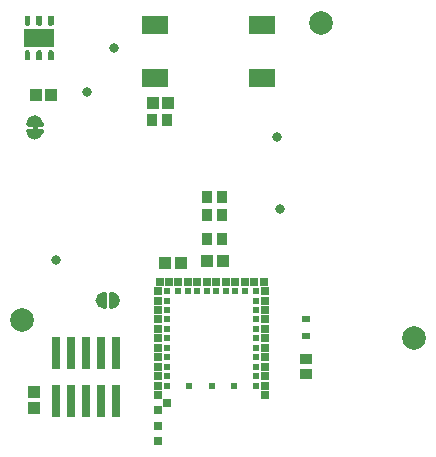
<source format=gts>
G04*
G04 #@! TF.GenerationSoftware,Altium Limited,Altium Designer,21.3.1 (25)*
G04*
G04 Layer_Color=8388736*
%FSLAX25Y25*%
%MOIN*%
G70*
G04*
G04 #@! TF.SameCoordinates,9192AE54-2D66-49C7-9B86-A226D0D4A20B*
G04*
G04*
G04 #@! TF.FilePolarity,Negative*
G04*
G01*
G75*
G04:AMPARAMS|DCode=19|XSize=10mil|YSize=10mil|CornerRadius=1.25mil|HoleSize=0mil|Usage=FLASHONLY|Rotation=180.000|XOffset=0mil|YOffset=0mil|HoleType=Round|Shape=RoundedRectangle|*
%AMROUNDEDRECTD19*
21,1,0.01000,0.00750,0,0,180.0*
21,1,0.00750,0.01000,0,0,180.0*
1,1,0.00250,-0.00375,0.00375*
1,1,0.00250,0.00375,0.00375*
1,1,0.00250,0.00375,-0.00375*
1,1,0.00250,-0.00375,-0.00375*
%
%ADD19ROUNDEDRECTD19*%
G04:AMPARAMS|DCode=20|XSize=10mil|YSize=10mil|CornerRadius=1.25mil|HoleSize=0mil|Usage=FLASHONLY|Rotation=90.000|XOffset=0mil|YOffset=0mil|HoleType=Round|Shape=RoundedRectangle|*
%AMROUNDEDRECTD20*
21,1,0.01000,0.00750,0,0,90.0*
21,1,0.00750,0.01000,0,0,90.0*
1,1,0.00250,0.00375,0.00375*
1,1,0.00250,0.00375,-0.00375*
1,1,0.00250,-0.00375,-0.00375*
1,1,0.00250,-0.00375,0.00375*
%
%ADD20ROUNDEDRECTD20*%
%ADD21R,0.02913X0.10984*%
%ADD22C,0.01595*%
%ADD23R,0.09843X0.06299*%
%ADD24R,0.03150X0.02362*%
%ADD30C,0.01800*%
%ADD31R,0.03556X0.04147*%
%ADD32R,0.04147X0.04343*%
%ADD33R,0.04343X0.04147*%
%ADD34C,0.03162*%
%ADD35R,0.09100X0.06300*%
%ADD36C,0.07874*%
G04:AMPARAMS|DCode=37|XSize=23.68mil|YSize=23.68mil|CornerRadius=0mil|HoleSize=0mil|Usage=FLASHONLY|Rotation=270.000|XOffset=0mil|YOffset=0mil|HoleType=Round|Shape=RoundedRectangle|*
%AMROUNDEDRECTD37*
21,1,0.02368,0.02368,0,0,270.0*
21,1,0.02368,0.02368,0,0,270.0*
1,1,0.00000,-0.01184,-0.01184*
1,1,0.00000,-0.01184,0.01184*
1,1,0.00000,0.01184,0.01184*
1,1,0.00000,0.01184,-0.01184*
%
%ADD37ROUNDEDRECTD37*%
G04:AMPARAMS|DCode=38|XSize=23.68mil|YSize=23.68mil|CornerRadius=0mil|HoleSize=0mil|Usage=FLASHONLY|Rotation=0.000|XOffset=0mil|YOffset=0mil|HoleType=Round|Shape=RoundedRectangle|*
%AMROUNDEDRECTD38*
21,1,0.02368,0.02368,0,0,0.0*
21,1,0.02368,0.02368,0,0,0.0*
1,1,0.00000,0.01184,-0.01184*
1,1,0.00000,-0.01184,-0.01184*
1,1,0.00000,-0.01184,0.01184*
1,1,0.00000,0.01184,0.01184*
%
%ADD38ROUNDEDRECTD38*%
%ADD39R,0.02368X0.02368*%
%ADD40R,0.03785X0.03997*%
%ADD41R,0.04147X0.03556*%
G36*
X122323Y135921D02*
Y135745D01*
X122188Y135420D01*
X121939Y135170D01*
X121613Y135036D01*
X121261D01*
X120935Y135170D01*
X120686Y135420D01*
X120551Y135745D01*
Y135921D01*
Y138382D01*
X122323D01*
Y135921D01*
D02*
G37*
G36*
X118386D02*
Y135745D01*
X118251Y135420D01*
X118002Y135170D01*
X117676Y135036D01*
X117324D01*
X116998Y135170D01*
X116749Y135420D01*
X116614Y135745D01*
Y135921D01*
X116614D01*
Y138382D01*
X118386D01*
X118386Y135921D01*
D02*
G37*
G36*
X114449D02*
Y135745D01*
X114314Y135420D01*
X114065Y135170D01*
X113739Y135036D01*
X113387D01*
X113061Y135170D01*
X112812Y135420D01*
X112677Y135745D01*
Y135921D01*
X112677Y135921D01*
X112677Y138382D01*
X114449D01*
Y135921D01*
D02*
G37*
G36*
X118002Y126830D02*
X118251Y126580D01*
X118386Y126255D01*
Y126079D01*
Y123618D01*
X116614D01*
Y126079D01*
Y126255D01*
X116749Y126580D01*
X116998Y126830D01*
X117324Y126964D01*
X117676D01*
X118002Y126830D01*
D02*
G37*
G36*
X121939D02*
X122188Y126580D01*
X122323Y126255D01*
Y126079D01*
X122323D01*
Y123618D01*
X120551Y123618D01*
Y126079D01*
Y126255D01*
X120686Y126580D01*
X120935Y126830D01*
X121261Y126964D01*
X121613D01*
X121939Y126830D01*
D02*
G37*
G36*
X114065D02*
X114314Y126580D01*
X114449Y126255D01*
Y126079D01*
Y123618D01*
X112677Y123618D01*
X112677Y126079D01*
Y126255D01*
X112812Y126580D01*
X113061Y126830D01*
X113387Y126964D01*
X113739D01*
X114065Y126830D01*
D02*
G37*
G36*
X117019Y104791D02*
X117071Y104787D01*
X117123Y104777D01*
X117173Y104760D01*
X117220Y104737D01*
X117263Y104708D01*
X117303Y104673D01*
X118303Y103673D01*
X118337Y103634D01*
X118366Y103590D01*
X118390Y103543D01*
X118406Y103493D01*
X118417Y103442D01*
X118420Y103390D01*
Y102390D01*
X118417Y102337D01*
X118406Y102286D01*
X118390Y102236D01*
X118366Y102189D01*
X118337Y102146D01*
X118303Y102106D01*
X118263Y102072D01*
X118220Y102043D01*
X118173Y102019D01*
X118123Y102003D01*
X118071Y101992D01*
X118019Y101989D01*
X113769D01*
X113745Y101990D01*
X113721Y101992D01*
X113719Y101992D01*
X113717Y101992D01*
X113693Y101997D01*
X113670Y102001D01*
X113668Y102002D01*
X113665Y102003D01*
X113643Y102010D01*
X113620Y102018D01*
X113618Y102019D01*
X113616Y102019D01*
X113594Y102030D01*
X113573Y102040D01*
X113571Y102042D01*
X113569Y102043D01*
X113549Y102056D01*
X113529Y102069D01*
X113527Y102070D01*
X113525Y102072D01*
X113507Y102087D01*
X113489Y102103D01*
X113487Y102105D01*
X113486Y102106D01*
X113470Y102125D01*
X113454Y102142D01*
X113453Y102144D01*
X113451Y102146D01*
X113438Y102165D01*
X113424Y102185D01*
X113423Y102188D01*
X113422Y102189D01*
X113411Y102211D01*
X113401Y102232D01*
X113400Y102234D01*
X113399Y102236D01*
X113391Y102259D01*
X113383Y102282D01*
X113383Y102284D01*
X113382Y102286D01*
X113377Y102309D01*
X113372Y102333D01*
X113372Y102335D01*
X113372Y102337D01*
X113370Y102361D01*
X113368Y102385D01*
X113368Y102388D01*
X113368Y102390D01*
X113370Y102414D01*
X113371Y102438D01*
X113372Y102440D01*
X113372Y102442D01*
X113376Y102466D01*
X113381Y102489D01*
X113382Y102491D01*
X113382Y102494D01*
X113390Y102516D01*
X113397Y102539D01*
X113398Y102541D01*
X113399Y102543D01*
X113409Y102565D01*
X113420Y102586D01*
X113421Y102588D01*
X113422Y102590D01*
X113435Y102610D01*
X113449Y102630D01*
X114948Y104630D01*
X114950Y104632D01*
X114951Y104634D01*
X114967Y104652D01*
X114983Y104670D01*
X114984Y104672D01*
X114986Y104673D01*
X115004Y104689D01*
X115022Y104705D01*
X115024Y104706D01*
X115025Y104708D01*
X115045Y104721D01*
X115065Y104735D01*
X115067Y104736D01*
X115069Y104737D01*
X115091Y104748D01*
X115112Y104758D01*
X115114Y104759D01*
X115116Y104760D01*
X115139Y104768D01*
X115161Y104776D01*
X115163Y104776D01*
X115165Y104777D01*
X115189Y104782D01*
X115213Y104787D01*
X115215Y104787D01*
X115217Y104787D01*
X115241Y104789D01*
X115265Y104791D01*
X115267Y104790D01*
X115269Y104791D01*
X117019Y104791D01*
D02*
G37*
G36*
X118071Y100287D02*
X118123Y100277D01*
X118173Y100260D01*
X118220Y100237D01*
X118263Y100208D01*
X118303Y100173D01*
X118337Y100134D01*
X118366Y100090D01*
X118390Y100043D01*
X118406Y99993D01*
X118417Y99942D01*
X118420Y99890D01*
Y98890D01*
X118417Y98837D01*
X118406Y98786D01*
X118390Y98736D01*
X118366Y98689D01*
X118337Y98646D01*
X118303Y98606D01*
X117303Y97606D01*
X117263Y97572D01*
X117220Y97543D01*
X117173Y97519D01*
X117123Y97503D01*
X117071Y97492D01*
X117019Y97489D01*
X115269Y97489D01*
X115267Y97489D01*
X115265Y97489D01*
X115241Y97491D01*
X115217Y97492D01*
X115215Y97493D01*
X115213Y97493D01*
X115189Y97498D01*
X115165Y97502D01*
X115163Y97503D01*
X115161Y97504D01*
X115139Y97512D01*
X115116Y97519D01*
X115114Y97520D01*
X115112Y97521D01*
X115091Y97532D01*
X115069Y97543D01*
X115067Y97544D01*
X115065Y97545D01*
X115045Y97559D01*
X115025Y97572D01*
X115024Y97573D01*
X115022Y97574D01*
X115004Y97590D01*
X114986Y97606D01*
X114984Y97608D01*
X114983Y97609D01*
X114967Y97628D01*
X114951Y97646D01*
X114950Y97648D01*
X114948Y97649D01*
X113449Y99649D01*
X113435Y99670D01*
X113422Y99689D01*
X113421Y99691D01*
X113420Y99693D01*
X113409Y99715D01*
X113399Y99736D01*
X113398Y99739D01*
X113397Y99740D01*
X113390Y99763D01*
X113382Y99786D01*
X113382Y99788D01*
X113381Y99790D01*
X113376Y99814D01*
X113372Y99837D01*
X113372Y99840D01*
X113371Y99842D01*
X113370Y99866D01*
X113368Y99890D01*
X113368Y99892D01*
X113368Y99894D01*
X113370Y99918D01*
X113372Y99942D01*
X113372Y99944D01*
X113372Y99946D01*
X113377Y99970D01*
X113382Y99993D01*
X113383Y99996D01*
X113383Y99998D01*
X113391Y100020D01*
X113399Y100043D01*
X113400Y100045D01*
X113401Y100047D01*
X113411Y100068D01*
X113422Y100090D01*
X113423Y100092D01*
X113424Y100094D01*
X113438Y100114D01*
X113451Y100134D01*
X113453Y100135D01*
X113454Y100137D01*
X113470Y100155D01*
X113486Y100173D01*
X113487Y100175D01*
X113489Y100176D01*
X113507Y100192D01*
X113525Y100208D01*
X113527Y100209D01*
X113529Y100210D01*
X113549Y100224D01*
X113569Y100237D01*
X113571Y100238D01*
X113573Y100239D01*
X113594Y100250D01*
X113616Y100260D01*
X113618Y100261D01*
X113620Y100262D01*
X113643Y100269D01*
X113665Y100277D01*
X113668Y100277D01*
X113670Y100278D01*
X113693Y100283D01*
X113717Y100287D01*
X113719Y100287D01*
X113721Y100288D01*
X113745Y100289D01*
X113769Y100291D01*
X118019D01*
X118071Y100287D01*
D02*
G37*
G36*
X139163Y45897D02*
X139214Y45887D01*
X139264Y45870D01*
X139311Y45847D01*
X139354Y45818D01*
X139394Y45783D01*
X139428Y45744D01*
X139457Y45700D01*
X139481Y45653D01*
X139497Y45604D01*
X139508Y45552D01*
X139511Y45500D01*
Y41250D01*
X139509Y41226D01*
X139508Y41202D01*
X139508Y41200D01*
X139508Y41198D01*
X139503Y41174D01*
X139499Y41151D01*
X139498Y41148D01*
X139497Y41146D01*
X139490Y41124D01*
X139482Y41101D01*
X139481Y41099D01*
X139481Y41097D01*
X139470Y41075D01*
X139460Y41053D01*
X139458Y41052D01*
X139457Y41050D01*
X139444Y41030D01*
X139431Y41010D01*
X139429Y41008D01*
X139428Y41006D01*
X139412Y40988D01*
X139397Y40970D01*
X139395Y40968D01*
X139394Y40967D01*
X139375Y40951D01*
X139358Y40935D01*
X139356Y40933D01*
X139354Y40932D01*
X139335Y40919D01*
X139314Y40905D01*
X139313Y40904D01*
X139311Y40903D01*
X139289Y40892D01*
X139268Y40881D01*
X139266Y40881D01*
X139264Y40880D01*
X139241Y40872D01*
X139218Y40864D01*
X139216Y40863D01*
X139214Y40863D01*
X139191Y40858D01*
X139167Y40853D01*
X139165Y40853D01*
X139163Y40853D01*
X139139Y40851D01*
X139115Y40849D01*
X139112Y40849D01*
X139110Y40849D01*
X139086Y40851D01*
X139062Y40852D01*
X139060Y40852D01*
X139058Y40853D01*
X139034Y40857D01*
X139011Y40862D01*
X139009Y40862D01*
X139006Y40863D01*
X138984Y40870D01*
X138961Y40878D01*
X138959Y40879D01*
X138957Y40880D01*
X138935Y40890D01*
X138914Y40901D01*
X138912Y40902D01*
X138910Y40903D01*
X138890Y40916D01*
X138870Y40929D01*
X136870Y42429D01*
X136868Y42431D01*
X136866Y42432D01*
X136848Y42448D01*
X136830Y42463D01*
X136828Y42465D01*
X136827Y42467D01*
X136811Y42485D01*
X136795Y42502D01*
X136794Y42504D01*
X136792Y42506D01*
X136779Y42526D01*
X136765Y42546D01*
X136764Y42548D01*
X136763Y42550D01*
X136752Y42571D01*
X136742Y42592D01*
X136741Y42595D01*
X136740Y42597D01*
X136732Y42620D01*
X136724Y42642D01*
X136724Y42644D01*
X136723Y42646D01*
X136718Y42670D01*
X136713Y42693D01*
X136713Y42696D01*
X136713Y42698D01*
X136711Y42722D01*
X136709Y42746D01*
X136709Y42748D01*
X136709Y42750D01*
X136709Y44500D01*
X136713Y44552D01*
X136723Y44604D01*
X136740Y44653D01*
X136763Y44700D01*
X136792Y44744D01*
X136827Y44783D01*
X137827Y45783D01*
X137866Y45818D01*
X137910Y45847D01*
X137957Y45870D01*
X138006Y45887D01*
X138058Y45897D01*
X138110Y45901D01*
X139110D01*
X139163Y45897D01*
D02*
G37*
G36*
X142663D02*
X142714Y45887D01*
X142764Y45870D01*
X142811Y45847D01*
X142854Y45818D01*
X142894Y45783D01*
X143894Y44783D01*
X143928Y44744D01*
X143957Y44700D01*
X143981Y44653D01*
X143997Y44604D01*
X144008Y44552D01*
X144011Y44500D01*
X144011Y42750D01*
X144011Y42748D01*
X144011Y42746D01*
X144009Y42722D01*
X144008Y42698D01*
X144007Y42696D01*
X144007Y42693D01*
X144002Y42670D01*
X143998Y42646D01*
X143997Y42644D01*
X143996Y42642D01*
X143988Y42620D01*
X143981Y42597D01*
X143980Y42595D01*
X143979Y42592D01*
X143968Y42571D01*
X143957Y42550D01*
X143956Y42548D01*
X143955Y42546D01*
X143941Y42526D01*
X143928Y42506D01*
X143927Y42504D01*
X143926Y42502D01*
X143910Y42485D01*
X143894Y42467D01*
X143892Y42465D01*
X143891Y42463D01*
X143872Y42448D01*
X143854Y42432D01*
X143852Y42431D01*
X143851Y42429D01*
X141851Y40929D01*
X141830Y40916D01*
X141811Y40903D01*
X141809Y40902D01*
X141807Y40901D01*
X141785Y40890D01*
X141764Y40880D01*
X141762Y40879D01*
X141760Y40878D01*
X141737Y40870D01*
X141714Y40863D01*
X141712Y40862D01*
X141710Y40862D01*
X141686Y40857D01*
X141663Y40853D01*
X141660Y40852D01*
X141658Y40852D01*
X141634Y40851D01*
X141610Y40849D01*
X141608Y40849D01*
X141606Y40849D01*
X141582Y40851D01*
X141558Y40853D01*
X141556Y40853D01*
X141553Y40853D01*
X141530Y40858D01*
X141507Y40863D01*
X141504Y40863D01*
X141502Y40864D01*
X141480Y40872D01*
X141457Y40880D01*
X141455Y40881D01*
X141453Y40881D01*
X141432Y40892D01*
X141410Y40903D01*
X141408Y40904D01*
X141406Y40905D01*
X141386Y40919D01*
X141366Y40932D01*
X141365Y40933D01*
X141363Y40935D01*
X141345Y40951D01*
X141327Y40967D01*
X141325Y40968D01*
X141324Y40970D01*
X141308Y40988D01*
X141292Y41006D01*
X141291Y41008D01*
X141290Y41010D01*
X141276Y41030D01*
X141263Y41050D01*
X141262Y41052D01*
X141261Y41053D01*
X141251Y41075D01*
X141240Y41097D01*
X141239Y41099D01*
X141238Y41101D01*
X141231Y41124D01*
X141223Y41146D01*
X141223Y41148D01*
X141222Y41151D01*
X141218Y41174D01*
X141213Y41198D01*
X141213Y41200D01*
X141212Y41202D01*
X141211Y41226D01*
X141209Y41250D01*
Y45500D01*
X141213Y45552D01*
X141223Y45604D01*
X141240Y45653D01*
X141263Y45700D01*
X141292Y45744D01*
X141327Y45783D01*
X141366Y45818D01*
X141410Y45847D01*
X141457Y45870D01*
X141507Y45887D01*
X141558Y45897D01*
X141610Y45901D01*
X142610D01*
X142663Y45897D01*
D02*
G37*
D19*
X138110Y43500D02*
D03*
X142610D02*
D03*
D20*
X116019Y103390D02*
D03*
Y98890D02*
D03*
D21*
X143000Y26012D02*
D03*
X138000D02*
D03*
X133000Y26012D02*
D03*
X128000Y26012D02*
D03*
X123000D02*
D03*
X143000Y9988D02*
D03*
X138000D02*
D03*
X133000Y9988D02*
D03*
X128000Y9988D02*
D03*
X123000D02*
D03*
D22*
X121437Y136709D02*
D03*
X117500Y137496D02*
D03*
X113563Y136798D02*
D03*
Y125291D02*
D03*
X117500Y125202D02*
D03*
X121437Y125202D02*
D03*
D23*
X117500Y131000D02*
D03*
D24*
X206500Y31646D02*
D03*
Y37354D02*
D03*
D30*
X141610Y41500D02*
G03*
X143433Y44323I0J2000D01*
G01*
D02*
G03*
X141610Y45500I-1823J-823D01*
G01*
X137110Y43500D02*
G03*
X139110Y41500I2000J0D01*
G01*
Y45500D02*
G03*
X137110Y43500I0J-2000D01*
G01*
X118019Y102390D02*
G03*
X114019Y102390I-2000J0D01*
G01*
Y99890D02*
G03*
X118019Y99890I2000J0D01*
G01*
X141610Y41500D02*
Y43500D01*
Y45500D01*
X139110Y43500D02*
Y45500D01*
Y41500D02*
Y43500D01*
X116019Y99890D02*
Y102390D01*
X114019Y99890D02*
X118019D01*
X114019Y102390D02*
X118019D01*
D31*
X159994Y103500D02*
D03*
X155073D02*
D03*
X173539Y78000D02*
D03*
X178461D02*
D03*
X173539Y72000D02*
D03*
X178461D02*
D03*
D32*
X173557Y56550D02*
D03*
X178675D02*
D03*
X164679Y56050D02*
D03*
X159561D02*
D03*
X116441Y112000D02*
D03*
X121559D02*
D03*
X155368Y109140D02*
D03*
X160486D02*
D03*
D33*
X115980Y12889D02*
D03*
Y7771D02*
D03*
D34*
X123280Y57000D02*
D03*
X197890Y74000D02*
D03*
X142390Y127500D02*
D03*
X133390Y113000D02*
D03*
X196890Y98000D02*
D03*
D35*
X191950Y135350D02*
D03*
X156050D02*
D03*
X191950Y117650D02*
D03*
X156050D02*
D03*
D36*
X211390Y136000D02*
D03*
X242500Y31000D02*
D03*
X111890Y37000D02*
D03*
D37*
X173425Y49725D02*
D03*
X163976Y49725D02*
D03*
X192323D02*
D03*
X189173Y49725D02*
D03*
X186024Y49725D02*
D03*
X182874D02*
D03*
X179724D02*
D03*
X176575Y49725D02*
D03*
X170276D02*
D03*
X167126D02*
D03*
X160827Y49725D02*
D03*
X157677D02*
D03*
D38*
X160236Y9370D02*
D03*
X192913Y15079D02*
D03*
X157087Y46575D02*
D03*
X192913Y18229D02*
D03*
Y21378D02*
D03*
Y24528D02*
D03*
Y27678D02*
D03*
Y30827D02*
D03*
Y33977D02*
D03*
Y37126D02*
D03*
Y40276D02*
D03*
Y43426D02*
D03*
Y46575D02*
D03*
X157087Y43426D02*
D03*
Y40276D02*
D03*
Y37126D02*
D03*
Y33977D02*
D03*
Y30827D02*
D03*
Y27678D02*
D03*
X157087Y24528D02*
D03*
X157087Y21378D02*
D03*
Y18229D02*
D03*
Y15079D02*
D03*
Y11930D02*
D03*
X192913D02*
D03*
X157087Y6811D02*
D03*
Y1693D02*
D03*
Y-3425D02*
D03*
D39*
X189764Y15079D02*
D03*
X186024Y46575D02*
D03*
X160236Y43426D02*
D03*
X189764Y18229D02*
D03*
Y21378D02*
D03*
Y24528D02*
D03*
Y27678D02*
D03*
Y30827D02*
D03*
Y33977D02*
D03*
Y37126D02*
D03*
Y40276D02*
D03*
X189764Y43426D02*
D03*
Y46575D02*
D03*
X182874D02*
D03*
X179724D02*
D03*
X176575D02*
D03*
X173425Y46575D02*
D03*
X170276D02*
D03*
X167126Y46575D02*
D03*
X163976D02*
D03*
X160236D02*
D03*
X160236Y40276D02*
D03*
Y37126D02*
D03*
Y33977D02*
D03*
Y30827D02*
D03*
X160236Y27678D02*
D03*
X160236Y24528D02*
D03*
Y21378D02*
D03*
X160236Y18229D02*
D03*
Y15079D02*
D03*
X175000D02*
D03*
X182382D02*
D03*
X167618D02*
D03*
D40*
X173531Y64000D02*
D03*
X178469D02*
D03*
D41*
X206610Y19039D02*
D03*
Y23961D02*
D03*
M02*

</source>
